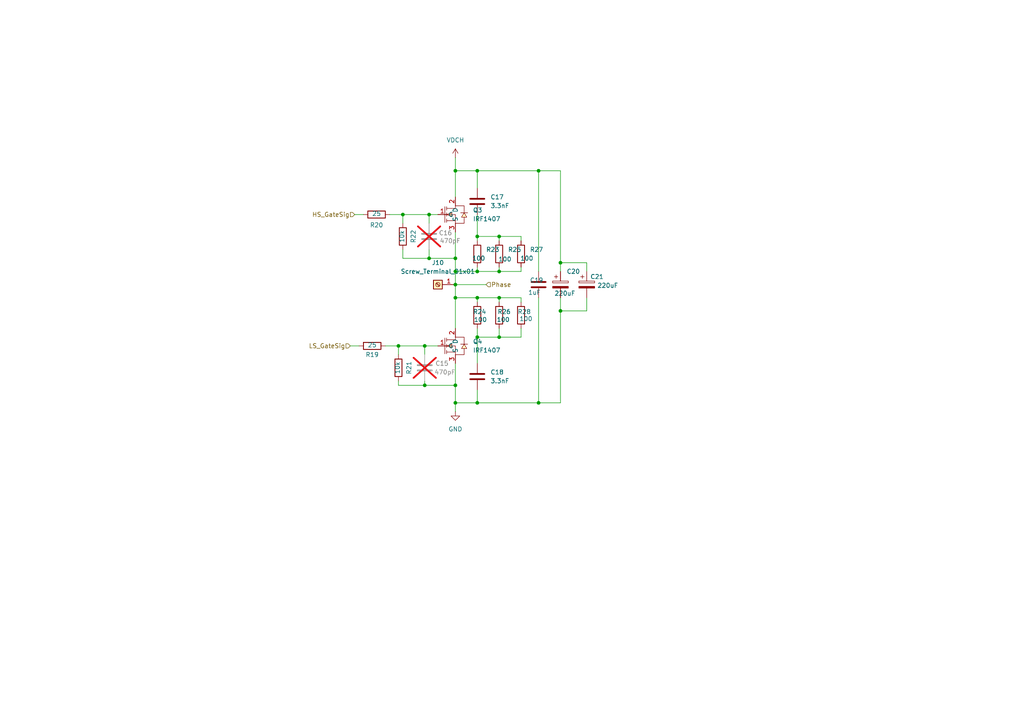
<source format=kicad_sch>
(kicad_sch (version 20250114) (generator "eeschema") (generator_version "9.0")
  (paper "A4")
  (lib_symbols
    (symbol "Connector:Screw_Terminal_01x01" (pin_names (offset 1.016) (hide yes))
      (property "Reference" "J" (at 0 2.54 0))
      (property "Value" "Screw_Terminal_01x01" (at 0 -2.54 0))
      (symbol "Screw_Terminal_01x01_1_1"
        (rectangle (start -1.27 1.27) (end 1.27 -1.27) (stroke (width 0.254)) (fill (type background)))
        (polyline (pts (xy -0.5334 0.3302) (xy 0.3302 -0.508)) (stroke (width 0.1524)))
        (polyline (pts (xy -0.3556 0.508) (xy 0.508 -0.3302)) (stroke (width 0.1524)))
        (circle (center 0 0) (radius 0.635) (stroke (width 0.1524)))
        (pin passive line (at -5.08 0 0) (length 3.81) (name "Pin_1") (number "1"))
      )
    )
    (symbol "Device:C" (pin_numbers (hide yes)) (pin_names (offset 0.254))
      (property "Reference" "C" (at 0.635 2.54 0))
      (property "Value" "C" (at 0.635 -2.54 0))
      (symbol "C_0_1"
        (polyline (pts (xy -2.032 0.762) (xy 2.032 0.762)) (stroke (width 0.508)))
        (polyline (pts (xy -2.032 -0.762) (xy 2.032 -0.762)) (stroke (width 0.508)))
      )
      (symbol "C_1_1"
        (pin passive line (at 0 3.81 270) (length 2.794) (name "~") (number "1"))
        (pin passive line (at 0 -3.81 90) (length 2.794) (name "~") (number "2"))
      )
    )
    (symbol "Device:C_Polarized" (pin_numbers (hide yes)) (pin_names (offset 0.254))
      (property "Reference" "C" (at 0.635 2.54 0))
      (property "Value" "C_Polarized" (at 0.635 -2.54 0))
      (symbol "C_Polarized_0_1"
        (rectangle (start -2.286 0.508) (end 2.286 1.016))
        (polyline (pts (xy -1.778 2.286) (xy -0.762 2.286)))
        (polyline (pts (xy -1.27 2.794) (xy -1.27 1.778)))
        (rectangle (start 2.286 -0.508) (end -2.286 -1.016) (fill (type outline)))
      )
      (symbol "C_Polarized_1_1"
        (pin passive line (at 0 3.81 270) (length 2.794) (name "~") (number "1"))
        (pin passive line (at 0 -3.81 90) (length 2.794) (name "~") (number "2"))
      )
    )
    (symbol "Device:R" (pin_numbers (hide yes)) (pin_names (offset 0))
      (property "Reference" "R" (at 2.032 0 90))
      (property "Value" "R" (at 0 0 90))
      (symbol "R_0_1"
        (rectangle (start -1.016 -2.54) (end 1.016 2.54) (stroke (width 0.254)))
      )
      (symbol "R_1_1"
        (pin passive line (at 0 3.81 270) (length 1.27) (name "~") (number "1"))
        (pin passive line (at 0 -3.81 90) (length 1.27) (name "~") (number "2"))
      )
    )
    (symbol "EasyEDA:IRF1407"
      (property "Reference" "Q" (at 0 10.16 0))
      (property "Value" "IRF1407" (at 0 -10.16 0))
      (symbol "IRF1407_0_1"
        (polyline (pts (xy -3.05 2.29) (xy -3.05 -2.29)))
        (polyline (pts (xy -2.54 2.29) (xy -2.54 1.27)))
        (polyline (pts (xy -2.54 1.78) (xy 0 1.78) (xy 0 2.54) (xy 2.54 2.54) (xy 2.54 0.51)))
        (polyline (pts (xy -2.54 0) (xy -1.02 -0.51) (xy -1.02 0.51) (xy -2.54 0)) (fill (type background)))
        (polyline (pts (xy -2.54 0) (xy 0 0) (xy 0 -2.54) (xy 2.54 -2.54) (xy 2.54 -0.76)))
        (polyline (pts (xy -2.54 -0.51) (xy -2.54 0.51)))
        (polyline (pts (xy -2.54 -2.29) (xy -2.54 -1.27)))
        (polyline (pts (xy 0 -1.78) (xy -2.54 -1.78)))
        (polyline (pts (xy 2.54 0.51) (xy 1.78 -0.76) (xy 3.3 -0.76) (xy 2.54 0.51)) (fill (type background)))
        (polyline (pts (xy 3.56 0.51) (xy 3.05 0.51) (xy 2.03 0.51) (xy 1.52 0.51)))
        (pin unspecified line (at -5.08 0 0) (length 2.54) (name "G") (number "1"))
        (pin unspecified line (at 0 5.08 270) (length 2.54) (name "D") (number "2"))
        (pin unspecified line (at 0 -5.08 90) (length 2.54) (name "S") (number "3"))
      )
    )
    (symbol "power:GND" (power) (pin_numbers (hide yes)) (pin_names (offset 0) (hide yes))
      (property "Value" "GND" (at 0 -3.81 0))
      (symbol "GND_0_1"
        (polyline (pts (xy 0 0) (xy 0 -1.27) (xy 1.27 -1.27) (xy 0 -2.54) (xy -1.27 -1.27) (xy 0 -1.27)))
      )
      (symbol "GND_1_1"
        (pin power_in line (at 0 0 270) (length 0) (name "~") (number "1"))
      )
    )
    (symbol "power:VAA" (power) (pin_numbers (hide yes)) (pin_names (offset 0) (hide yes))
      (property "Value" "VAA" (at 0 3.556 0))
      (symbol "VAA_0_1"
        (polyline (pts (xy -0.762 1.27) (xy 0 2.54)))
        (polyline (pts (xy 0 2.54) (xy 0.762 1.27)))
        (polyline (pts (xy 0 0) (xy 0 2.54)))
      )
      (symbol "VAA_1_1"
        (pin power_in line (at 0 0 90) (length 0) (name "~") (number "1"))
      )
    )
  )
  (junction (at 132.08 111.76))
  (junction (at 132.08 74.93))
  (junction (at 144.78 68.58))
  (junction (at 162.56 76.2))
  (junction (at 138.43 116.84))
  (junction (at 138.43 86.36))
  (junction (at 138.43 97.79))
  (junction (at 115.57 100.33))
  (junction (at 124.46 74.93))
  (junction (at 162.56 90.17))
  (junction (at 132.08 86.36))
  (junction (at 156.21 116.84))
  (junction (at 156.21 49.53))
  (junction (at 116.84 62.23))
  (junction (at 132.08 78.74))
  (junction (at 132.08 49.53))
  (junction (at 144.78 97.79))
  (junction (at 123.19 111.76))
  (junction (at 124.46 62.23))
  (junction (at 132.08 82.55))
  (junction (at 144.78 78.74))
  (junction (at 138.43 68.58))
  (junction (at 132.08 116.84))
  (junction (at 123.19 100.33))
  (junction (at 138.43 78.74))
  (junction (at 138.43 49.53))
  (junction (at 144.78 86.36))
  (wire (pts (xy 151.13 95.25) (xy 151.13 97.79)))
  (wire (pts (xy 138.43 87.63) (xy 138.43 86.36)))
  (wire (pts (xy 101.6 100.33) (xy 104.14 100.33)))
  (wire (pts (xy 156.21 116.84) (xy 162.56 116.84)))
  (wire (pts (xy 151.13 77.47) (xy 151.13 78.74)))
  (wire (pts (xy 123.19 111.76) (xy 123.19 110.49)))
  (wire (pts (xy 162.56 76.2) (xy 162.56 78.74)))
  (wire (pts (xy 170.18 76.2) (xy 162.56 76.2)))
  (wire (pts (xy 132.08 45.72) (xy 132.08 49.53)))
  (wire (pts (xy 138.43 77.47) (xy 138.43 78.74)))
  (wire (pts (xy 144.78 77.47) (xy 144.78 78.74)))
  (wire (pts (xy 138.43 116.84) (xy 156.21 116.84)))
  (wire (pts (xy 123.19 100.33) (xy 127 100.33)))
  (wire (pts (xy 116.84 62.23) (xy 124.46 62.23)))
  (wire (pts (xy 156.21 49.53) (xy 162.56 49.53)))
  (wire (pts (xy 156.21 86.36) (xy 156.21 116.84)))
  (wire (pts (xy 124.46 72.39) (xy 124.46 74.93)))
  (wire (pts (xy 138.43 62.23) (xy 138.43 68.58)))
  (wire (pts (xy 170.18 86.36) (xy 170.18 90.17)))
  (wire (pts (xy 151.13 87.63) (xy 151.13 86.36)))
  (wire (pts (xy 116.84 72.39) (xy 116.84 74.93)))
  (wire (pts (xy 138.43 97.79) (xy 138.43 95.25)))
  (wire (pts (xy 138.43 78.74) (xy 132.08 78.74)))
  (wire (pts (xy 156.21 49.53) (xy 156.21 78.74)))
  (wire (pts (xy 138.43 97.79) (xy 138.43 105.41)))
  (wire (pts (xy 124.46 62.23) (xy 124.46 64.77)))
  (wire (pts (xy 170.18 90.17) (xy 162.56 90.17)))
  (wire (pts (xy 132.08 74.93) (xy 132.08 78.74)))
  (wire (pts (xy 132.08 49.53) (xy 132.08 57.15)))
  (wire (pts (xy 116.84 62.23) (xy 116.84 64.77)))
  (wire (pts (xy 116.84 74.93) (xy 124.46 74.93)))
  (wire (pts (xy 162.56 90.17) (xy 162.56 116.84)))
  (wire (pts (xy 132.08 116.84) (xy 132.08 119.38)))
  (wire (pts (xy 144.78 86.36) (xy 144.78 87.63)))
  (wire (pts (xy 138.43 113.03) (xy 138.43 116.84)))
  (wire (pts (xy 144.78 78.74) (xy 151.13 78.74)))
  (wire (pts (xy 138.43 49.53) (xy 138.43 54.61)))
  (wire (pts (xy 102.87 62.23) (xy 105.41 62.23)))
  (wire (pts (xy 144.78 86.36) (xy 151.13 86.36)))
  (wire (pts (xy 132.08 111.76) (xy 132.08 116.84)))
  (wire (pts (xy 132.08 82.55) (xy 132.08 86.36)))
  (wire (pts (xy 170.18 76.2) (xy 170.18 78.74)))
  (wire (pts (xy 115.57 100.33) (xy 123.19 100.33)))
  (wire (pts (xy 138.43 69.85) (xy 138.43 68.58)))
  (wire (pts (xy 124.46 62.23) (xy 127 62.23)))
  (wire (pts (xy 144.78 68.58) (xy 144.78 69.85)))
  (wire (pts (xy 115.57 111.76) (xy 123.19 111.76)))
  (wire (pts (xy 123.19 111.76) (xy 132.08 111.76)))
  (wire (pts (xy 151.13 69.85) (xy 151.13 68.58)))
  (wire (pts (xy 132.08 67.31) (xy 132.08 74.93)))
  (wire (pts (xy 144.78 78.74) (xy 138.43 78.74)))
  (wire (pts (xy 162.56 86.36) (xy 162.56 90.17)))
  (wire (pts (xy 115.57 110.49) (xy 115.57 111.76)))
  (wire (pts (xy 144.78 86.36) (xy 138.43 86.36)))
  (wire (pts (xy 138.43 116.84) (xy 132.08 116.84)))
  (wire (pts (xy 123.19 100.33) (xy 123.19 102.87)))
  (wire (pts (xy 144.78 68.58) (xy 151.13 68.58)))
  (wire (pts (xy 111.76 100.33) (xy 115.57 100.33)))
  (wire (pts (xy 144.78 68.58) (xy 138.43 68.58)))
  (wire (pts (xy 144.78 97.79) (xy 151.13 97.79)))
  (wire (pts (xy 115.57 100.33) (xy 115.57 102.87)))
  (wire (pts (xy 132.08 82.55) (xy 140.97 82.55)))
  (wire (pts (xy 113.03 62.23) (xy 116.84 62.23)))
  (wire (pts (xy 138.43 49.53) (xy 156.21 49.53)))
  (wire (pts (xy 132.08 78.74) (xy 132.08 82.55)))
  (wire (pts (xy 162.56 76.2) (xy 162.56 49.53)))
  (wire (pts (xy 132.08 49.53) (xy 138.43 49.53)))
  (wire (pts (xy 124.46 74.93) (xy 132.08 74.93)))
  (wire (pts (xy 138.43 86.36) (xy 132.08 86.36)))
  (wire (pts (xy 144.78 95.25) (xy 144.78 97.79)))
  (wire (pts (xy 132.08 86.36) (xy 132.08 95.25)))
  (wire (pts (xy 144.78 97.79) (xy 138.43 97.79)))
  (wire (pts (xy 132.08 105.41) (xy 132.08 111.76)))
  (hierarchical_label "Phase" (shape input) (at 140.97 82.55 0))
  (hierarchical_label "LS_GateSig" (shape input) (at 101.6 100.33 180))
  (hierarchical_label "HS_GateSig" (shape input) (at 102.87 62.23 180))
  (symbol (lib_id "Device:C") (at 138.43 58.42 0) (unit 1)
    (property "Reference" "C10" (at 142.24 57.1499 0) (effects (justify left)))
    (property "Value" "3.3nF" (at 142.24 59.6899 0) (effects (justify left)))
    (property "Footprint" "Capacitor_THT:C_Rect_L11.0mm_W5.1mm_P10.00mm_MKT" (effects (hide yes)))
    (property "Description" "Unpolarized capacitor" (effects (hide yes)))
    (instances (project "PowerModule" (path "" (reference "C17") (unit 1)) (path "" (reference "C24") (unit 1)) (path "" (reference "C10") (unit 1))))
  )
  (symbol (lib_id "Device:R") (at 144.78 91.44 0) (unit 1)
    (property "Reference" "R16" (at 144.272 90.424 0) (effects (justify left)))
    (property "Value" "100" (at 144.018 92.71 0) (effects (justify left)))
    (property "Footprint" "Resistor_SMD:R_1206_3216Metric" (effects (hide yes)))
    (property "Description" "Resistor" (effects (hide yes)))
    (instances (project "PowerModule" (path "" (reference "R26") (unit 1)) (path "" (reference "R36") (unit 1)) (path "" (reference "R16") (unit 1))))
  )
  (symbol (lib_id "EasyEDA:IRF1407") (at 132.08 62.23 0) (unit 1)
    (property "Reference" "Q1" (at 137.16 60.9599 0) (effects (justify left)))
    (property "Value" "IRF1407" (at 137.16 63.4999 0) (effects (justify left)))
    (property "Footprint" "LibMain:TO-220-3_Horizontal_TabUp" (effects (hide yes)))
    (property "LCSC Part" "C33129604" (effects (hide yes)))
    (instances (project "PowerModule" (path "" (reference "Q3") (unit 1)) (path "" (reference "Q5") (unit 1)) (path "" (reference "Q1") (unit 1))))
  )
  (symbol (lib_id "EasyEDA:IRF1407") (at 132.08 100.33 0) (unit 1)
    (property "Reference" "Q2" (at 137.16 99.0599 0) (effects (justify left)))
    (property "Value" "IRF1407" (at 137.16 101.5999 0) (effects (justify left)))
    (property "Footprint" "LibMain:TO-220-3_Horizontal_TabUp" (effects (hide yes)))
    (property "LCSC Part" "C33129604" (effects (hide yes)))
    (instances (project "PowerModule" (path "" (reference "Q4") (unit 1)) (path "" (reference "Q6") (unit 1)) (path "" (reference "Q2") (unit 1))))
  )
  (symbol (lib_id "Device:R") (at 115.57 106.68 180) (unit 1)
    (property "Reference" "R11" (at 118.618 106.68 90))
    (property "Value" "10k" (at 115.316 106.68 90))
    (property "Footprint" "Resistor_SMD:R_1206_3216Metric" (effects (hide yes)))
    (property "Description" "Resistor" (effects (hide yes)))
    (instances (project "PowerModule" (path "" (reference "R21") (unit 1)) (path "" (reference "R31") (unit 1)) (path "" (reference "R11") (unit 1))))
  )
  (symbol (lib_id "Device:C") (at 156.21 82.55 0) (unit 1)
    (property "Reference" "C12" (at 153.67 81.28 0) (effects (justify left)))
    (property "Value" "1uF" (at 153.162 84.836 0) (effects (justify left)))
    (property "Footprint" "Capacitor_THT:C_Rect_L18.0mm_W7.0mm_P15.00mm_FKS3_FKP3" (effects (hide yes)))
    (property "Description" "Unpolarized capacitor" (effects (hide yes)))
    (instances (project "PowerModule" (path "" (reference "C19") (unit 1)) (path "" (reference "C26") (unit 1)) (path "" (reference "C12") (unit 1))))
  )
  (symbol (lib_id "power:VAA") (at 132.08 45.72 0) (unit 1)
    (property "Reference" "#PWR031" (effects (hide yes)))
    (property "Value" "VDCH" (at 132.08 40.64 0))
    (property "Description" "Power symbol creates a global label with name \"VAA\"" (effects (hide yes)))
    (instances (project "PowerModule" (path "" (reference "#PWR033") (unit 1)) (path "" (reference "#PWR038") (unit 1)) (path "" (reference "#PWR031") (unit 1))))
  )
  (symbol (lib_id "Device:R") (at 151.13 73.66 0) (unit 1)
    (property "Reference" "R17" (at 153.67 72.3899 0) (effects (justify left)))
    (property "Value" "100" (at 150.876 74.93 0) (effects (justify left)))
    (property "Footprint" "Resistor_SMD:R_1206_3216Metric" (effects (hide yes)))
    (property "Description" "Resistor" (effects (hide yes)))
    (instances (project "PowerModule" (path "" (reference "R27") (unit 1)) (path "" (reference "R37") (unit 1)) (path "" (reference "R17") (unit 1))))
  )
  (symbol (lib_id "Connector:Screw_Terminal_01x01") (at 127 82.55 180) (unit 1)
    (property "Reference" "J9" (at 127 76.2 0))
    (property "Value" "Screw_Terminal_01x01" (at 127 78.74 0))
    (property "Footprint" "LibMain:D5mm_WirePad" (effects (hide yes)))
    (property "Description" "Generic screw terminal, single row, 01x01, script generated (kicad-library-utils/schlib/autogen/connector/)" (effects (hide yes)))
    (instances (project "PowerModule" (path "" (reference "J10") (unit 1)) (path "" (reference "J23") (unit 1)) (path "" (reference "J9") (unit 1))))
  )
  (symbol (lib_id "Device:R") (at 107.95 100.33 90) (unit 1)
    (property "Reference" "R9" (at 107.95 102.87 90))
    (property "Value" "25" (at 107.95 100.076 90))
    (property "Footprint" "Resistor_SMD:R_1206_3216Metric" (effects (hide yes)))
    (property "Description" "Resistor" (effects (hide yes)))
    (instances (project "PowerModule" (path "" (reference "R19") (unit 1)) (path "" (reference "R29") (unit 1)) (path "" (reference "R9") (unit 1))))
  )
  (symbol (lib_id "Device:C_Polarized") (at 162.56 82.55 0) (unit 1)
    (property "Reference" "C13" (at 164.338 78.74 0) (effects (justify left)))
    (property "Value" "220uF" (at 160.782 85.09 0) (effects (justify left)))
    (property "Footprint" "LibMain:CP_Radial_Horizontal_P5.00_Up" (effects (hide yes)))
    (property "Description" "Polarized capacitor" (effects (hide yes)))
    (instances (project "PowerModule" (path "" (reference "C20") (unit 1)) (path "" (reference "C27") (unit 1)) (path "" (reference "C13") (unit 1))))
  )
  (symbol (lib_id "Device:R") (at 109.22 62.23 90) (unit 1)
    (property "Reference" "R10" (at 109.22 65.278 90))
    (property "Value" "25" (at 109.22 61.976 90))
    (property "Footprint" "Resistor_SMD:R_1206_3216Metric" (effects (hide yes)))
    (property "Description" "Resistor" (effects (hide yes)))
    (instances (project "PowerModule" (path "" (reference "R20") (unit 1)) (path "" (reference "R30") (unit 1)) (path "" (reference "R10") (unit 1))))
  )
  (symbol (lib_id "Device:R") (at 116.84 68.58 180) (unit 1)
    (property "Reference" "R12" (at 119.888 68.58 90))
    (property "Value" "10k" (at 116.586 68.58 90))
    (property "Footprint" "Resistor_SMD:R_1206_3216Metric" (effects (hide yes)))
    (property "Description" "Resistor" (effects (hide yes)))
    (instances (project "PowerModule" (path "" (reference "R22") (unit 1)) (path "" (reference "R32") (unit 1)) (path "" (reference "R12") (unit 1))))
  )
  (symbol (lib_id "Device:R") (at 138.43 73.66 0) (unit 1)
    (property "Reference" "R13" (at 140.97 72.3899 0) (effects (justify left)))
    (property "Value" "100" (at 136.906 74.93 0) (effects (justify left)))
    (property "Footprint" "Resistor_SMD:R_1206_3216Metric" (effects (hide yes)))
    (property "Description" "Resistor" (effects (hide yes)))
    (instances (project "PowerModule" (path "" (reference "R23") (unit 1)) (path "" (reference "R33") (unit 1)) (path "" (reference "R13") (unit 1))))
  )
  (symbol (lib_id "Device:R") (at 151.13 91.44 0) (unit 1)
    (property "Reference" "R18" (at 150.114 90.424 0) (effects (justify left)))
    (property "Value" "100" (at 150.622 92.456 0) (effects (justify left)))
    (property "Footprint" "Resistor_SMD:R_1206_3216Metric" (effects (hide yes)))
    (property "Description" "Resistor" (effects (hide yes)))
    (instances (project "PowerModule" (path "" (reference "R28") (unit 1)) (path "" (reference "R38") (unit 1)) (path "" (reference "R18") (unit 1))))
  )
  (symbol (lib_id "power:GND") (at 132.08 119.38 0) (unit 1)
    (property "Reference" "#PWR032" (effects (hide yes)))
    (property "Value" "GND" (at 132.08 124.46 0))
    (property "Description" "Power symbol creates a global label with name \"GND\" , ground" (effects (hide yes)))
    (instances (project "PowerModule" (path "" (reference "#PWR034") (unit 1)) (path "" (reference "#PWR039") (unit 1)) (path "" (reference "#PWR032") (unit 1))))
  )
  (symbol (lib_id "Device:R") (at 138.43 91.44 0) (unit 1)
    (property "Reference" "R14" (at 137.16 90.424 0) (effects (justify left)))
    (property "Value" "100" (at 137.414 92.71 0) (effects (justify left)))
    (property "Footprint" "Resistor_SMD:R_1206_3216Metric" (effects (hide yes)))
    (property "Description" "Resistor" (effects (hide yes)))
    (instances (project "PowerModule" (path "" (reference "R24") (unit 1)) (path "" (reference "R34") (unit 1)) (path "" (reference "R14") (unit 1))))
  )
  (symbol (lib_id "Device:C") (at 138.43 109.22 0) (unit 1)
    (property "Reference" "C11" (at 142.24 107.9499 0) (effects (justify left)))
    (property "Value" "3.3nF" (at 142.24 110.4899 0) (effects (justify left)))
    (property "Footprint" "Capacitor_THT:C_Rect_L11.0mm_W5.1mm_P10.00mm_MKT" (effects (hide yes)))
    (property "Description" "Unpolarized capacitor" (effects (hide yes)))
    (instances (project "PowerModule" (path "" (reference "C18") (unit 1)) (path "" (reference "C25") (unit 1)) (path "" (reference "C11") (unit 1))))
  )
  (symbol (lib_id "Device:C") (at 124.46 68.58 0) (unit 1) (dnp yes)
    (property "Reference" "C9" (at 127.254 67.564 0) (effects (justify left)))
    (property "Value" "470pF" (at 127.508 69.85 0) (effects (justify left)))
    (property "Footprint" "Capacitor_SMD:C_1206_3216Metric" (effects (hide yes)))
    (property "Description" "Unpolarized capacitor" (effects (hide yes)))
    (instances (project "PowerModule" (path "" (reference "C16") (unit 1)) (path "" (reference "C23") (unit 1)) (path "" (reference "C9") (unit 1))))
  )
  (symbol (lib_id "Device:C_Polarized") (at 170.18 82.55 0) (unit 1)
    (property "Reference" "C14" (at 171.196 80.264 0) (effects (justify left)))
    (property "Value" "220uF" (at 173.228 82.804 0) (effects (justify left)))
    (property "Footprint" "LibMain:CP_Radial_Horizontal_P5.00_Down" (effects (hide yes)))
    (property "Description" "Polarized capacitor" (effects (hide yes)))
    (instances (project "PowerModule" (path "" (reference "C21") (unit 1)) (path "" (reference "C28") (unit 1)) (path "" (reference "C14") (unit 1))))
  )
  (symbol (lib_id "Device:R") (at 144.78 73.66 0) (unit 1)
    (property "Reference" "R15" (at 147.32 72.3899 0) (effects (justify left)))
    (property "Value" "100" (at 144.526 75.184 0) (effects (justify left)))
    (property "Footprint" "Resistor_SMD:R_1206_3216Metric" (effects (hide yes)))
    (property "Description" "Resistor" (effects (hide yes)))
    (instances (project "PowerModule" (path "" (reference "R25") (unit 1)) (path "" (reference "R35") (unit 1)) (path "" (reference "R15") (unit 1))))
  )
  (symbol (lib_id "Device:C") (at 123.19 106.68 0) (unit 1) (dnp yes)
    (property "Reference" "C8" (at 126.238 105.41 0) (effects (justify left)))
    (property "Value" "470pF" (at 125.984 107.95 0) (effects (justify left)))
    (property "Footprint" "Capacitor_SMD:C_1206_3216Metric" (effects (hide yes)))
    (property "Description" "Unpolarized capacitor" (effects (hide yes)))
    (instances (project "PowerModule" (path "" (reference "C15") (unit 1)) (path "" (reference "C22") (unit 1)) (path "" (reference "C8") (unit 1))))
  )
)
</source>
